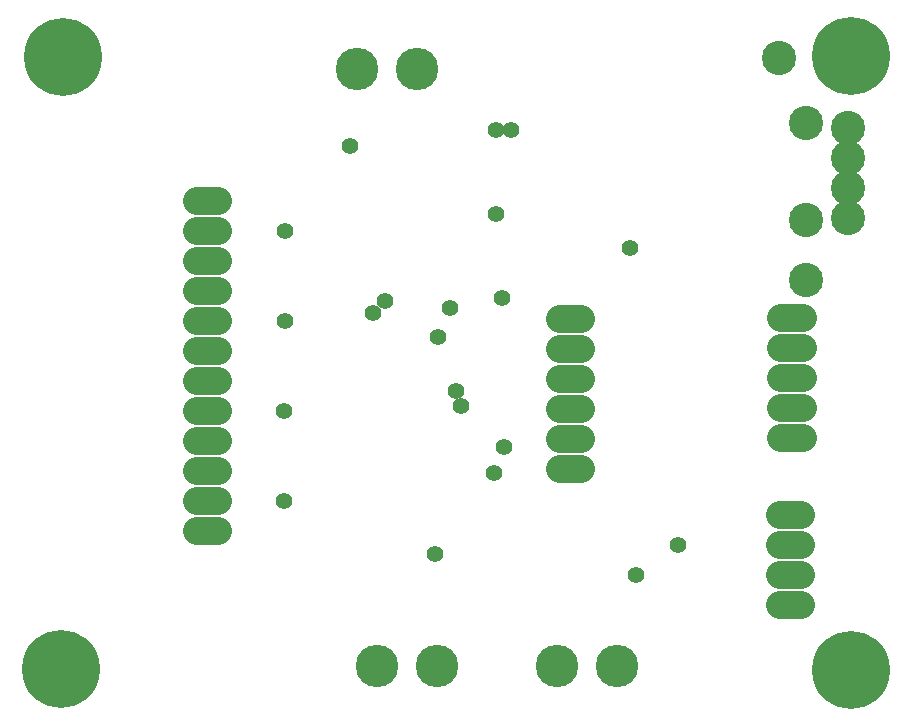
<source format=gbr>
%FSLAX34Y34*%
%MOMM*%
%LNSOLDERMASK_BOTTOM*%
G71*
G01*
%ADD10C, 1.400*%
%ADD11C, 6.600*%
%ADD12C, 2.900*%
%ADD13C, 3.600*%
%ADD14C, 2.400*%
%LPD*%
X409178Y497681D02*
G54D10*
D03*
X409178Y426244D02*
G54D10*
D03*
X40369Y40728D02*
G54D11*
D03*
X41956Y559047D02*
G54D11*
D03*
X709897Y559840D02*
G54D11*
D03*
X709897Y40331D02*
G54D11*
D03*
X369888Y346550D02*
G54D10*
D03*
X707231Y499347D02*
G54D12*
D03*
X707231Y473947D02*
G54D12*
D03*
X707231Y448547D02*
G54D12*
D03*
X707231Y423147D02*
G54D12*
D03*
X421878Y497681D02*
G54D10*
D03*
X414338Y355203D02*
G54D10*
D03*
X341714Y548806D02*
G54D13*
D03*
X290914Y548806D02*
G54D13*
D03*
X307800Y43297D02*
G54D13*
D03*
X358600Y43297D02*
G54D13*
D03*
G54D14*
X463175Y337622D02*
X481175Y337622D01*
G54D14*
X463175Y312222D02*
X481175Y312222D01*
G54D14*
X463175Y286822D02*
X481175Y286822D01*
G54D14*
X463175Y261422D02*
X481175Y261422D01*
G54D14*
X463175Y236022D02*
X481175Y236022D01*
G54D14*
X463175Y210622D02*
X481175Y210622D01*
G54D14*
X650500Y236816D02*
X668500Y236816D01*
G54D14*
X650500Y262216D02*
X668500Y262216D01*
G54D14*
X650500Y287616D02*
X668500Y287616D01*
G54D14*
X650500Y313016D02*
X668500Y313016D01*
G54D14*
X650500Y338416D02*
X668500Y338416D01*
G54D14*
X649309Y95528D02*
X667309Y95528D01*
G54D14*
X649309Y120928D02*
X667309Y120928D01*
G54D14*
X649309Y146328D02*
X667309Y146328D01*
G54D14*
X649309Y171728D02*
X667309Y171728D01*
G54D14*
X155597Y386437D02*
X173597Y386437D01*
G54D14*
X155597Y411837D02*
X173597Y411837D01*
G54D14*
X155597Y437237D02*
X173597Y437237D01*
G54D14*
X155597Y310237D02*
X173597Y310237D01*
G54D14*
X155597Y335637D02*
X173597Y335637D01*
G54D14*
X155597Y361037D02*
X173597Y361037D01*
G54D14*
X155597Y234037D02*
X173597Y234037D01*
G54D14*
X155597Y259437D02*
X173597Y259437D01*
G54D14*
X155597Y284837D02*
X173597Y284837D01*
G54D14*
X155597Y157837D02*
X173597Y157837D01*
G54D14*
X155597Y183237D02*
X173597Y183237D01*
G54D14*
X155597Y208637D02*
X173597Y208637D01*
X229791Y259237D02*
G54D10*
D03*
X229791Y183037D02*
G54D10*
D03*
X374650Y276700D02*
G54D10*
D03*
X379412Y264000D02*
G54D10*
D03*
X304403Y342581D02*
G54D10*
D03*
X314722Y352503D02*
G54D10*
D03*
X230584Y335834D02*
G54D10*
D03*
X230584Y411637D02*
G54D10*
D03*
X460200Y43297D02*
G54D13*
D03*
X510999Y43297D02*
G54D13*
D03*
X359569Y322340D02*
G54D10*
D03*
X407194Y207246D02*
G54D10*
D03*
X562619Y146272D02*
G54D10*
D03*
X522684Y397669D02*
G54D10*
D03*
X648388Y558284D02*
G54D12*
D03*
X671406Y503516D02*
G54D12*
D03*
X671406Y420966D02*
G54D12*
D03*
X671406Y370166D02*
G54D12*
D03*
X357271Y138608D02*
G54D10*
D03*
X284901Y484059D02*
G54D10*
D03*
X415925Y228678D02*
G54D10*
D03*
X527447Y120331D02*
G54D10*
D03*
M02*

</source>
